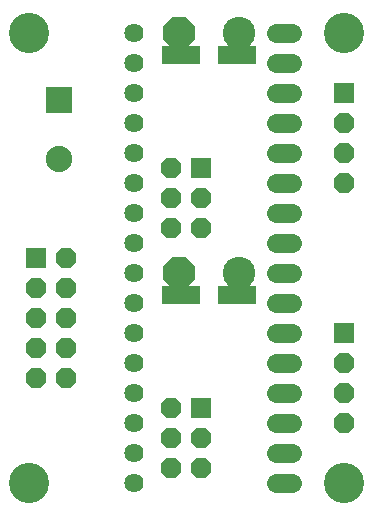
<source format=gts>
G75*
%MOIN*%
%OFA0B0*%
%FSLAX24Y24*%
%IPPOS*%
%LPD*%
%AMOC8*
5,1,8,0,0,1.08239X$1,22.5*
%
%ADD10C,0.1340*%
%ADD11C,0.0640*%
%ADD12C,0.0640*%
%ADD13R,0.0880X0.0880*%
%ADD14C,0.0880*%
%ADD15R,0.0680X0.0680*%
%ADD16OC8,0.0680*%
%ADD17R,0.1261X0.0631*%
%ADD18C,0.1080*%
%ADD19OC8,0.1080*%
D10*
X001650Y001650D03*
X012150Y001650D03*
X012150Y016650D03*
X001650Y016650D03*
D11*
X005150Y016650D03*
X005150Y015650D03*
X005150Y014650D03*
X005150Y013650D03*
X005150Y012650D03*
X005150Y011650D03*
X005150Y010650D03*
X005150Y009650D03*
X005150Y008650D03*
X005150Y007650D03*
X005150Y006650D03*
X005150Y005650D03*
X005150Y004650D03*
X005150Y003650D03*
X005150Y002650D03*
X005150Y001650D03*
D12*
X009870Y001650D02*
X010430Y001650D01*
X010430Y002650D02*
X009870Y002650D01*
X009870Y003650D02*
X010430Y003650D01*
X010430Y004650D02*
X009870Y004650D01*
X009870Y005650D02*
X010430Y005650D01*
X010430Y006650D02*
X009870Y006650D01*
X009870Y007650D02*
X010430Y007650D01*
X010430Y008650D02*
X009870Y008650D01*
X009870Y009650D02*
X010430Y009650D01*
X010430Y010650D02*
X009870Y010650D01*
X009870Y011650D02*
X010430Y011650D01*
X010430Y012650D02*
X009870Y012650D01*
X009870Y013650D02*
X010430Y013650D01*
X010430Y014650D02*
X009870Y014650D01*
X009870Y015650D02*
X010430Y015650D01*
X010430Y016650D02*
X009870Y016650D01*
D13*
X002650Y014400D03*
D14*
X002650Y012431D03*
D15*
X001900Y009150D03*
X007400Y012150D03*
X012150Y014650D03*
X012150Y006650D03*
X007400Y004150D03*
D16*
X007400Y003150D03*
X007400Y002150D03*
X006400Y002150D03*
X006400Y003150D03*
X006400Y004150D03*
X002900Y005150D03*
X002900Y006150D03*
X002900Y007150D03*
X002900Y008150D03*
X002900Y009150D03*
X001900Y008150D03*
X001900Y007150D03*
X001900Y006150D03*
X001900Y005150D03*
X006400Y010150D03*
X006400Y011150D03*
X006400Y012150D03*
X007400Y011150D03*
X007400Y010150D03*
X012150Y011650D03*
X012150Y012650D03*
X012150Y013650D03*
X012150Y005650D03*
X012150Y004650D03*
X012150Y003650D03*
D17*
X008595Y007900D03*
X006705Y007900D03*
X006705Y015900D03*
X008595Y015900D03*
D18*
X008650Y016650D03*
X008650Y008650D03*
D19*
X006650Y008650D03*
X006650Y016650D03*
M02*

</source>
